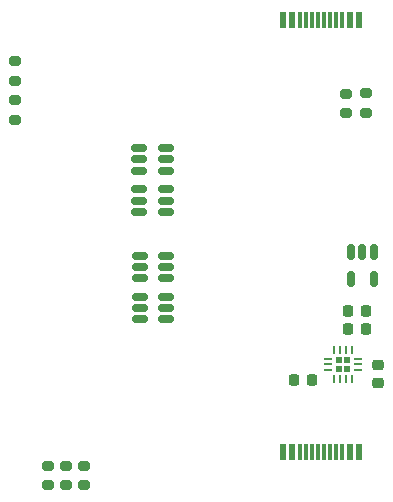
<source format=gtp>
G04 #@! TF.GenerationSoftware,KiCad,Pcbnew,8.0.2-8.0.2-0~ubuntu22.04.1*
G04 #@! TF.CreationDate,2024-05-30T19:53:11+02:00*
G04 #@! TF.ProjectId,tamarin-c,74616d61-7269-46e2-9d63-2e6b69636164,rev?*
G04 #@! TF.SameCoordinates,Original*
G04 #@! TF.FileFunction,Paste,Top*
G04 #@! TF.FilePolarity,Positive*
%FSLAX46Y46*%
G04 Gerber Fmt 4.6, Leading zero omitted, Abs format (unit mm)*
G04 Created by KiCad (PCBNEW 8.0.2-8.0.2-0~ubuntu22.04.1) date 2024-05-30 19:53:11*
%MOMM*%
%LPD*%
G01*
G04 APERTURE LIST*
G04 Aperture macros list*
%AMRoundRect*
0 Rectangle with rounded corners*
0 $1 Rounding radius*
0 $2 $3 $4 $5 $6 $7 $8 $9 X,Y pos of 4 corners*
0 Add a 4 corners polygon primitive as box body*
4,1,4,$2,$3,$4,$5,$6,$7,$8,$9,$2,$3,0*
0 Add four circle primitives for the rounded corners*
1,1,$1+$1,$2,$3*
1,1,$1+$1,$4,$5*
1,1,$1+$1,$6,$7*
1,1,$1+$1,$8,$9*
0 Add four rect primitives between the rounded corners*
20,1,$1+$1,$2,$3,$4,$5,0*
20,1,$1+$1,$4,$5,$6,$7,0*
20,1,$1+$1,$6,$7,$8,$9,0*
20,1,$1+$1,$8,$9,$2,$3,0*%
G04 Aperture macros list end*
%ADD10R,0.600000X1.450000*%
%ADD11R,0.300000X1.450000*%
%ADD12RoundRect,0.200000X-0.275000X0.200000X-0.275000X-0.200000X0.275000X-0.200000X0.275000X0.200000X0*%
%ADD13RoundRect,0.150000X-0.512500X-0.150000X0.512500X-0.150000X0.512500X0.150000X-0.512500X0.150000X0*%
%ADD14RoundRect,0.225000X0.225000X0.250000X-0.225000X0.250000X-0.225000X-0.250000X0.225000X-0.250000X0*%
%ADD15RoundRect,0.225000X-0.250000X0.225000X-0.250000X-0.225000X0.250000X-0.225000X0.250000X0.225000X0*%
%ADD16RoundRect,0.200000X0.275000X-0.200000X0.275000X0.200000X-0.275000X0.200000X-0.275000X-0.200000X0*%
%ADD17RoundRect,0.145000X0.145000X0.145000X-0.145000X0.145000X-0.145000X-0.145000X0.145000X-0.145000X0*%
%ADD18RoundRect,0.062500X0.275000X0.062500X-0.275000X0.062500X-0.275000X-0.062500X0.275000X-0.062500X0*%
%ADD19RoundRect,0.062500X0.062500X0.275000X-0.062500X0.275000X-0.062500X-0.275000X0.062500X-0.275000X0*%
%ADD20RoundRect,0.150000X-0.150000X0.512500X-0.150000X-0.512500X0.150000X-0.512500X0.150000X0.512500X0*%
G04 APERTURE END LIST*
D10*
X149300000Y-58420000D03*
X148500000Y-58420000D03*
D11*
X147300000Y-58420000D03*
X146300000Y-58420000D03*
X145800000Y-58420000D03*
X144800000Y-58420000D03*
D10*
X143600000Y-58420000D03*
X142800000Y-58420000D03*
X142800000Y-58420000D03*
X143600000Y-58420000D03*
D11*
X144300000Y-58420000D03*
X145300000Y-58420000D03*
X146800000Y-58420000D03*
X147800000Y-58420000D03*
D10*
X148500000Y-58420000D03*
X149300000Y-58420000D03*
D12*
X124460000Y-96175600D03*
X124460000Y-97825600D03*
D13*
X130694000Y-81879400D03*
X130694000Y-82829400D03*
X130694000Y-83779400D03*
X132969000Y-83779400D03*
X132969000Y-82829400D03*
X132969000Y-81879400D03*
D14*
X145314000Y-88900000D03*
X143764000Y-88900000D03*
D15*
X150876000Y-87630000D03*
X150876000Y-89180000D03*
D12*
X149885400Y-64630800D03*
X149885400Y-66280800D03*
D16*
X148158200Y-66306200D03*
X148158200Y-64656200D03*
D12*
X122910600Y-96175600D03*
X122910600Y-97825600D03*
D17*
X148260200Y-87957100D03*
X148260200Y-87237100D03*
X147540200Y-87957100D03*
X147540200Y-87237100D03*
D18*
X149162700Y-88097100D03*
X149162700Y-87597100D03*
X149162700Y-87097100D03*
D19*
X148650200Y-86334600D03*
X148150200Y-86334600D03*
X147650200Y-86334600D03*
X147150200Y-86334600D03*
D18*
X146637700Y-87097100D03*
X146637700Y-87597100D03*
X146637700Y-88097100D03*
D19*
X147150200Y-88859600D03*
X147650200Y-88859600D03*
X148150200Y-88859600D03*
X148650200Y-88859600D03*
D13*
X130683000Y-72771000D03*
X130683000Y-73721000D03*
X130683000Y-74671000D03*
X132958000Y-74671000D03*
X132958000Y-73721000D03*
X132958000Y-72771000D03*
X130683000Y-69281000D03*
X130683000Y-70231000D03*
X130683000Y-71181000D03*
X132958000Y-71181000D03*
X132958000Y-70231000D03*
X132958000Y-69281000D03*
D16*
X120142000Y-63563000D03*
X120142000Y-61913000D03*
D10*
X142800000Y-95015000D03*
X143600000Y-95015000D03*
D11*
X144800000Y-95015000D03*
X145800000Y-95015000D03*
X146300000Y-95015000D03*
X147300000Y-95015000D03*
D10*
X148500000Y-95015000D03*
X149300000Y-95015000D03*
X149300000Y-95015000D03*
X148500000Y-95015000D03*
D11*
X147800000Y-95015000D03*
X146800000Y-95015000D03*
X145300000Y-95015000D03*
X144300000Y-95015000D03*
D10*
X143600000Y-95015000D03*
X142800000Y-95015000D03*
D14*
X149873000Y-84582000D03*
X148323000Y-84582000D03*
X149873000Y-83058000D03*
X148323000Y-83058000D03*
D13*
X130688500Y-78399600D03*
X130688500Y-79349600D03*
X130688500Y-80299600D03*
X132963500Y-80299600D03*
X132963500Y-79349600D03*
X132963500Y-78399600D03*
D12*
X125984000Y-96177600D03*
X125984000Y-97827600D03*
D20*
X150505200Y-78110500D03*
X149555200Y-78110500D03*
X148605200Y-78110500D03*
X148605200Y-80385500D03*
X150505200Y-80385500D03*
D16*
X120142000Y-66865000D03*
X120142000Y-65215000D03*
M02*

</source>
